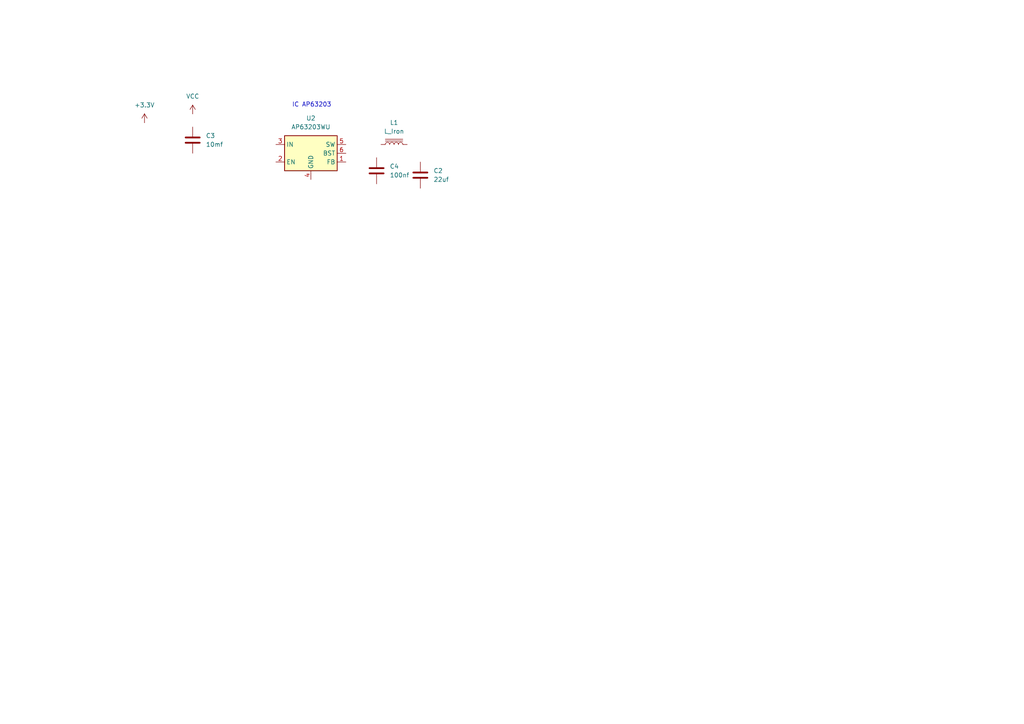
<source format=kicad_sch>
(kicad_sch
	(version 20231120)
	(generator "eeschema")
	(generator_version "8.0")
	(uuid "f319de47-5758-40a6-b80b-836c8115c4c8")
	(paper "A4")
	(lib_symbols
		(symbol "Device:C"
			(pin_numbers hide)
			(pin_names
				(offset 0.254)
			)
			(exclude_from_sim no)
			(in_bom yes)
			(on_board yes)
			(property "Reference" "C"
				(at 0.635 2.54 0)
				(effects
					(font
						(size 1.27 1.27)
					)
					(justify left)
				)
			)
			(property "Value" "C"
				(at 0.635 -2.54 0)
				(effects
					(font
						(size 1.27 1.27)
					)
					(justify left)
				)
			)
			(property "Footprint" ""
				(at 0.9652 -3.81 0)
				(effects
					(font
						(size 1.27 1.27)
					)
					(hide yes)
				)
			)
			(property "Datasheet" "~"
				(at 0 0 0)
				(effects
					(font
						(size 1.27 1.27)
					)
					(hide yes)
				)
			)
			(property "Description" "Unpolarized capacitor"
				(at 0 0 0)
				(effects
					(font
						(size 1.27 1.27)
					)
					(hide yes)
				)
			)
			(property "ki_keywords" "cap capacitor"
				(at 0 0 0)
				(effects
					(font
						(size 1.27 1.27)
					)
					(hide yes)
				)
			)
			(property "ki_fp_filters" "C_*"
				(at 0 0 0)
				(effects
					(font
						(size 1.27 1.27)
					)
					(hide yes)
				)
			)
			(symbol "C_0_1"
				(polyline
					(pts
						(xy -2.032 -0.762) (xy 2.032 -0.762)
					)
					(stroke
						(width 0.508)
						(type default)
					)
					(fill
						(type none)
					)
				)
				(polyline
					(pts
						(xy -2.032 0.762) (xy 2.032 0.762)
					)
					(stroke
						(width 0.508)
						(type default)
					)
					(fill
						(type none)
					)
				)
			)
			(symbol "C_1_1"
				(pin passive line
					(at 0 3.81 270)
					(length 2.794)
					(name "~"
						(effects
							(font
								(size 1.27 1.27)
							)
						)
					)
					(number "1"
						(effects
							(font
								(size 1.27 1.27)
							)
						)
					)
				)
				(pin passive line
					(at 0 -3.81 90)
					(length 2.794)
					(name "~"
						(effects
							(font
								(size 1.27 1.27)
							)
						)
					)
					(number "2"
						(effects
							(font
								(size 1.27 1.27)
							)
						)
					)
				)
			)
		)
		(symbol "Device:L_Iron"
			(pin_numbers hide)
			(pin_names
				(offset 1.016) hide)
			(exclude_from_sim no)
			(in_bom yes)
			(on_board yes)
			(property "Reference" "L"
				(at -1.27 0 90)
				(effects
					(font
						(size 1.27 1.27)
					)
				)
			)
			(property "Value" "L_Iron"
				(at 2.794 0 90)
				(effects
					(font
						(size 1.27 1.27)
					)
				)
			)
			(property "Footprint" ""
				(at 0 0 0)
				(effects
					(font
						(size 1.27 1.27)
					)
					(hide yes)
				)
			)
			(property "Datasheet" "~"
				(at 0 0 0)
				(effects
					(font
						(size 1.27 1.27)
					)
					(hide yes)
				)
			)
			(property "Description" "Inductor with iron core"
				(at 0 0 0)
				(effects
					(font
						(size 1.27 1.27)
					)
					(hide yes)
				)
			)
			(property "ki_keywords" "inductor choke coil reactor magnetic"
				(at 0 0 0)
				(effects
					(font
						(size 1.27 1.27)
					)
					(hide yes)
				)
			)
			(property "ki_fp_filters" "Choke_* *Coil* Inductor_* L_*"
				(at 0 0 0)
				(effects
					(font
						(size 1.27 1.27)
					)
					(hide yes)
				)
			)
			(symbol "L_Iron_0_1"
				(arc
					(start 0 -2.54)
					(mid 0.6323 -1.905)
					(end 0 -1.27)
					(stroke
						(width 0)
						(type default)
					)
					(fill
						(type none)
					)
				)
				(arc
					(start 0 -1.27)
					(mid 0.6323 -0.635)
					(end 0 0)
					(stroke
						(width 0)
						(type default)
					)
					(fill
						(type none)
					)
				)
				(polyline
					(pts
						(xy 1.016 2.54) (xy 1.016 -2.54)
					)
					(stroke
						(width 0)
						(type default)
					)
					(fill
						(type none)
					)
				)
				(polyline
					(pts
						(xy 1.524 -2.54) (xy 1.524 2.54)
					)
					(stroke
						(width 0)
						(type default)
					)
					(fill
						(type none)
					)
				)
				(arc
					(start 0 0)
					(mid 0.6323 0.635)
					(end 0 1.27)
					(stroke
						(width 0)
						(type default)
					)
					(fill
						(type none)
					)
				)
				(arc
					(start 0 1.27)
					(mid 0.6323 1.905)
					(end 0 2.54)
					(stroke
						(width 0)
						(type default)
					)
					(fill
						(type none)
					)
				)
			)
			(symbol "L_Iron_1_1"
				(pin passive line
					(at 0 3.81 270)
					(length 1.27)
					(name "1"
						(effects
							(font
								(size 1.27 1.27)
							)
						)
					)
					(number "1"
						(effects
							(font
								(size 1.27 1.27)
							)
						)
					)
				)
				(pin passive line
					(at 0 -3.81 90)
					(length 1.27)
					(name "2"
						(effects
							(font
								(size 1.27 1.27)
							)
						)
					)
					(number "2"
						(effects
							(font
								(size 1.27 1.27)
							)
						)
					)
				)
			)
		)
		(symbol "Regulator_Switching:AP63203WU"
			(exclude_from_sim no)
			(in_bom yes)
			(on_board yes)
			(property "Reference" "U"
				(at -7.62 6.35 0)
				(effects
					(font
						(size 1.27 1.27)
					)
				)
			)
			(property "Value" "AP63203WU"
				(at 2.54 6.35 0)
				(effects
					(font
						(size 1.27 1.27)
					)
				)
			)
			(property "Footprint" "Package_TO_SOT_SMD:TSOT-23-6"
				(at 0 -22.86 0)
				(effects
					(font
						(size 1.27 1.27)
					)
					(hide yes)
				)
			)
			(property "Datasheet" "https://www.diodes.com/assets/Datasheets/AP63200-AP63201-AP63203-AP63205.pdf"
				(at 0 0 0)
				(effects
					(font
						(size 1.27 1.27)
					)
					(hide yes)
				)
			)
			(property "Description" "2A, 1.1MHz Buck DC/DC Converter, fixed 3.3V output voltage, TSOT-23-6"
				(at 0 0 0)
				(effects
					(font
						(size 1.27 1.27)
					)
					(hide yes)
				)
			)
			(property "ki_keywords" "2A Buck DC/DC"
				(at 0 0 0)
				(effects
					(font
						(size 1.27 1.27)
					)
					(hide yes)
				)
			)
			(property "ki_fp_filters" "TSOT?23*"
				(at 0 0 0)
				(effects
					(font
						(size 1.27 1.27)
					)
					(hide yes)
				)
			)
			(symbol "AP63203WU_0_1"
				(rectangle
					(start -7.62 5.08)
					(end 7.62 -5.08)
					(stroke
						(width 0.254)
						(type default)
					)
					(fill
						(type background)
					)
				)
			)
			(symbol "AP63203WU_1_1"
				(pin input line
					(at 10.16 -2.54 180)
					(length 2.54)
					(name "FB"
						(effects
							(font
								(size 1.27 1.27)
							)
						)
					)
					(number "1"
						(effects
							(font
								(size 1.27 1.27)
							)
						)
					)
				)
				(pin input line
					(at -10.16 -2.54 0)
					(length 2.54)
					(name "EN"
						(effects
							(font
								(size 1.27 1.27)
							)
						)
					)
					(number "2"
						(effects
							(font
								(size 1.27 1.27)
							)
						)
					)
				)
				(pin power_in line
					(at -10.16 2.54 0)
					(length 2.54)
					(name "IN"
						(effects
							(font
								(size 1.27 1.27)
							)
						)
					)
					(number "3"
						(effects
							(font
								(size 1.27 1.27)
							)
						)
					)
				)
				(pin power_in line
					(at 0 -7.62 90)
					(length 2.54)
					(name "GND"
						(effects
							(font
								(size 1.27 1.27)
							)
						)
					)
					(number "4"
						(effects
							(font
								(size 1.27 1.27)
							)
						)
					)
				)
				(pin output line
					(at 10.16 2.54 180)
					(length 2.54)
					(name "SW"
						(effects
							(font
								(size 1.27 1.27)
							)
						)
					)
					(number "5"
						(effects
							(font
								(size 1.27 1.27)
							)
						)
					)
				)
				(pin passive line
					(at 10.16 0 180)
					(length 2.54)
					(name "BST"
						(effects
							(font
								(size 1.27 1.27)
							)
						)
					)
					(number "6"
						(effects
							(font
								(size 1.27 1.27)
							)
						)
					)
				)
			)
		)
		(symbol "power:+3.3V"
			(power)
			(pin_numbers hide)
			(pin_names
				(offset 0) hide)
			(exclude_from_sim no)
			(in_bom yes)
			(on_board yes)
			(property "Reference" "#PWR"
				(at 0 -3.81 0)
				(effects
					(font
						(size 1.27 1.27)
					)
					(hide yes)
				)
			)
			(property "Value" "+3.3V"
				(at 0 3.556 0)
				(effects
					(font
						(size 1.27 1.27)
					)
				)
			)
			(property "Footprint" ""
				(at 0 0 0)
				(effects
					(font
						(size 1.27 1.27)
					)
					(hide yes)
				)
			)
			(property "Datasheet" ""
				(at 0 0 0)
				(effects
					(font
						(size 1.27 1.27)
					)
					(hide yes)
				)
			)
			(property "Description" "Power symbol creates a global label with name \"+3.3V\""
				(at 0 0 0)
				(effects
					(font
						(size 1.27 1.27)
					)
					(hide yes)
				)
			)
			(property "ki_keywords" "global power"
				(at 0 0 0)
				(effects
					(font
						(size 1.27 1.27)
					)
					(hide yes)
				)
			)
			(symbol "+3.3V_0_1"
				(polyline
					(pts
						(xy -0.762 1.27) (xy 0 2.54)
					)
					(stroke
						(width 0)
						(type default)
					)
					(fill
						(type none)
					)
				)
				(polyline
					(pts
						(xy 0 0) (xy 0 2.54)
					)
					(stroke
						(width 0)
						(type default)
					)
					(fill
						(type none)
					)
				)
				(polyline
					(pts
						(xy 0 2.54) (xy 0.762 1.27)
					)
					(stroke
						(width 0)
						(type default)
					)
					(fill
						(type none)
					)
				)
			)
			(symbol "+3.3V_1_1"
				(pin power_in line
					(at 0 0 90)
					(length 0)
					(name "~"
						(effects
							(font
								(size 1.27 1.27)
							)
						)
					)
					(number "1"
						(effects
							(font
								(size 1.27 1.27)
							)
						)
					)
				)
			)
		)
		(symbol "power:VCC"
			(power)
			(pin_numbers hide)
			(pin_names
				(offset 0) hide)
			(exclude_from_sim no)
			(in_bom yes)
			(on_board yes)
			(property "Reference" "#PWR"
				(at 0 -3.81 0)
				(effects
					(font
						(size 1.27 1.27)
					)
					(hide yes)
				)
			)
			(property "Value" "VCC"
				(at 0 3.556 0)
				(effects
					(font
						(size 1.27 1.27)
					)
				)
			)
			(property "Footprint" ""
				(at 0 0 0)
				(effects
					(font
						(size 1.27 1.27)
					)
					(hide yes)
				)
			)
			(property "Datasheet" ""
				(at 0 0 0)
				(effects
					(font
						(size 1.27 1.27)
					)
					(hide yes)
				)
			)
			(property "Description" "Power symbol creates a global label with name \"VCC\""
				(at 0 0 0)
				(effects
					(font
						(size 1.27 1.27)
					)
					(hide yes)
				)
			)
			(property "ki_keywords" "global power"
				(at 0 0 0)
				(effects
					(font
						(size 1.27 1.27)
					)
					(hide yes)
				)
			)
			(symbol "VCC_0_1"
				(polyline
					(pts
						(xy -0.762 1.27) (xy 0 2.54)
					)
					(stroke
						(width 0)
						(type default)
					)
					(fill
						(type none)
					)
				)
				(polyline
					(pts
						(xy 0 0) (xy 0 2.54)
					)
					(stroke
						(width 0)
						(type default)
					)
					(fill
						(type none)
					)
				)
				(polyline
					(pts
						(xy 0 2.54) (xy 0.762 1.27)
					)
					(stroke
						(width 0)
						(type default)
					)
					(fill
						(type none)
					)
				)
			)
			(symbol "VCC_1_1"
				(pin power_in line
					(at 0 0 90)
					(length 0)
					(name "~"
						(effects
							(font
								(size 1.27 1.27)
							)
						)
					)
					(number "1"
						(effects
							(font
								(size 1.27 1.27)
							)
						)
					)
				)
			)
		)
	)
	(text "IC AP63203\n"
		(exclude_from_sim no)
		(at 90.424 30.48 0)
		(effects
			(font
				(size 1.27 1.27)
			)
		)
		(uuid "82846acd-da59-4a07-840b-743d3ec581a9")
	)
	(symbol
		(lib_id "Device:C")
		(at 55.88 40.64 0)
		(unit 1)
		(exclude_from_sim no)
		(in_bom yes)
		(on_board yes)
		(dnp no)
		(fields_autoplaced yes)
		(uuid "29ae29e1-fee5-4102-9de1-13ba5b0bf4a5")
		(property "Reference" "C3"
			(at 59.69 39.3699 0)
			(effects
				(font
					(size 1.27 1.27)
				)
				(justify left)
			)
		)
		(property "Value" "10mf"
			(at 59.69 41.9099 0)
			(effects
				(font
					(size 1.27 1.27)
				)
				(justify left)
			)
		)
		(property "Footprint" "Capacitor_SMD:C_1206_3216Metric"
			(at 56.8452 44.45 0)
			(effects
				(font
					(size 1.27 1.27)
				)
				(hide yes)
			)
		)
		(property "Datasheet" "~"
			(at 55.88 40.64 0)
			(effects
				(font
					(size 1.27 1.27)
				)
				(hide yes)
			)
		)
		(property "Description" "Unpolarized capacitor"
			(at 55.88 40.64 0)
			(effects
				(font
					(size 1.27 1.27)
				)
				(hide yes)
			)
		)
		(pin "1"
			(uuid "a0caee0f-250b-4e2f-a08b-4b82d56b7c0f")
		)
		(pin "2"
			(uuid "0fa0064f-6001-4184-a33d-b36cb287a295")
		)
		(instances
			(project "ZorionX-Nivara"
				(path "/ae5c9891-8291-492e-8a61-8ac340267b67/d47eca49-96e4-4138-8979-47bb60019f67/67b154d6-e51e-4b3c-869c-5576b054501d"
					(reference "C3")
					(unit 1)
				)
			)
		)
	)
	(symbol
		(lib_id "power:+3.3V")
		(at 41.91 35.56 0)
		(unit 1)
		(exclude_from_sim no)
		(in_bom yes)
		(on_board yes)
		(dnp no)
		(fields_autoplaced yes)
		(uuid "2a3e9313-dbfd-4db8-bddd-649e0195529d")
		(property "Reference" "#PWR03"
			(at 41.91 39.37 0)
			(effects
				(font
					(size 1.27 1.27)
				)
				(hide yes)
			)
		)
		(property "Value" "+3.3V"
			(at 41.91 30.48 0)
			(effects
				(font
					(size 1.27 1.27)
				)
			)
		)
		(property "Footprint" ""
			(at 41.91 35.56 0)
			(effects
				(font
					(size 1.27 1.27)
				)
				(hide yes)
			)
		)
		(property "Datasheet" ""
			(at 41.91 35.56 0)
			(effects
				(font
					(size 1.27 1.27)
				)
				(hide yes)
			)
		)
		(property "Description" "Power symbol creates a global label with name \"+3.3V\""
			(at 41.91 35.56 0)
			(effects
				(font
					(size 1.27 1.27)
				)
				(hide yes)
			)
		)
		(pin "1"
			(uuid "5931689b-f8ea-45e4-90c3-87e774d9c7cf")
		)
		(instances
			(project "ZorionX-Nivara"
				(path "/ae5c9891-8291-492e-8a61-8ac340267b67/d47eca49-96e4-4138-8979-47bb60019f67/67b154d6-e51e-4b3c-869c-5576b054501d"
					(reference "#PWR03")
					(unit 1)
				)
			)
		)
	)
	(symbol
		(lib_id "Device:C")
		(at 121.92 50.8 0)
		(unit 1)
		(exclude_from_sim no)
		(in_bom yes)
		(on_board yes)
		(dnp no)
		(fields_autoplaced yes)
		(uuid "5d3d4d4b-2735-40a4-b27c-d82b631448f6")
		(property "Reference" "C2"
			(at 125.73 49.5299 0)
			(effects
				(font
					(size 1.27 1.27)
				)
				(justify left)
			)
		)
		(property "Value" "22uf"
			(at 125.73 52.0699 0)
			(effects
				(font
					(size 1.27 1.27)
				)
				(justify left)
			)
		)
		(property "Footprint" "Capacitor_SMD:C_0805_2012Metric"
			(at 122.8852 54.61 0)
			(effects
				(font
					(size 1.27 1.27)
				)
				(hide yes)
			)
		)
		(property "Datasheet" "~"
			(at 121.92 50.8 0)
			(effects
				(font
					(size 1.27 1.27)
				)
				(hide yes)
			)
		)
		(property "Description" "Unpolarized capacitor"
			(at 121.92 50.8 0)
			(effects
				(font
					(size 1.27 1.27)
				)
				(hide yes)
			)
		)
		(pin "1"
			(uuid "137ce01d-e0b1-40b1-a2af-be5f024877fe")
		)
		(pin "2"
			(uuid "e9b64847-d4db-43c1-8f27-a35b8bdda5b9")
		)
		(instances
			(project "ZorionX-Nivara"
				(path "/ae5c9891-8291-492e-8a61-8ac340267b67/d47eca49-96e4-4138-8979-47bb60019f67/67b154d6-e51e-4b3c-869c-5576b054501d"
					(reference "C2")
					(unit 1)
				)
			)
		)
	)
	(symbol
		(lib_id "Device:L_Iron")
		(at 114.3 41.91 90)
		(unit 1)
		(exclude_from_sim no)
		(in_bom yes)
		(on_board yes)
		(dnp no)
		(fields_autoplaced yes)
		(uuid "8cced312-ceae-4017-8c24-86b29cdfba09")
		(property "Reference" "L1"
			(at 114.3 35.56 90)
			(effects
				(font
					(size 1.27 1.27)
				)
			)
		)
		(property "Value" "L_Iron"
			(at 114.3 38.1 90)
			(effects
				(font
					(size 1.27 1.27)
				)
			)
		)
		(property "Footprint" "Inductor_SMD:L_Bourns-SRN6028"
			(at 114.3 41.91 0)
			(effects
				(font
					(size 1.27 1.27)
				)
				(hide yes)
			)
		)
		(property "Datasheet" "~"
			(at 114.3 41.91 0)
			(effects
				(font
					(size 1.27 1.27)
				)
				(hide yes)
			)
		)
		(property "Description" "Inductor with iron core"
			(at 114.3 41.91 0)
			(effects
				(font
					(size 1.27 1.27)
				)
				(hide yes)
			)
		)
		(pin "1"
			(uuid "15bc9418-328d-43c5-b020-1fc112314ef3")
		)
		(pin "2"
			(uuid "5d6aff53-e87d-4225-916c-31837a1600b3")
		)
		(instances
			(project "ZorionX-Nivara"
				(path "/ae5c9891-8291-492e-8a61-8ac340267b67/d47eca49-96e4-4138-8979-47bb60019f67/67b154d6-e51e-4b3c-869c-5576b054501d"
					(reference "L1")
					(unit 1)
				)
			)
		)
	)
	(symbol
		(lib_id "Device:C")
		(at 109.22 49.53 0)
		(unit 1)
		(exclude_from_sim no)
		(in_bom yes)
		(on_board yes)
		(dnp no)
		(fields_autoplaced yes)
		(uuid "a5985ddd-dda0-4ecb-97d1-4b71af0123b8")
		(property "Reference" "C4"
			(at 113.03 48.2599 0)
			(effects
				(font
					(size 1.27 1.27)
				)
				(justify left)
			)
		)
		(property "Value" "100nf"
			(at 113.03 50.7999 0)
			(effects
				(font
					(size 1.27 1.27)
				)
				(justify left)
			)
		)
		(property "Footprint" "Capacitor_SMD:C_0603_1608Metric"
			(at 110.1852 53.34 0)
			(effects
				(font
					(size 1.27 1.27)
				)
				(hide yes)
			)
		)
		(property "Datasheet" "~"
			(at 109.22 49.53 0)
			(effects
				(font
					(size 1.27 1.27)
				)
				(hide yes)
			)
		)
		(property "Description" "Unpolarized capacitor"
			(at 109.22 49.53 0)
			(effects
				(font
					(size 1.27 1.27)
				)
				(hide yes)
			)
		)
		(pin "1"
			(uuid "2844dc33-fa94-4687-b0f5-842ef05dccf1")
		)
		(pin "2"
			(uuid "5398cf1a-f5ce-469e-aa81-7e9dd8a610d8")
		)
		(instances
			(project "ZorionX-Nivara"
				(path "/ae5c9891-8291-492e-8a61-8ac340267b67/d47eca49-96e4-4138-8979-47bb60019f67/67b154d6-e51e-4b3c-869c-5576b054501d"
					(reference "C4")
					(unit 1)
				)
			)
		)
	)
	(symbol
		(lib_id "power:VCC")
		(at 55.88 33.02 0)
		(unit 1)
		(exclude_from_sim no)
		(in_bom yes)
		(on_board yes)
		(dnp no)
		(fields_autoplaced yes)
		(uuid "c9b16a48-1846-432b-99f6-1cde454caac5")
		(property "Reference" "#PWR012"
			(at 55.88 36.83 0)
			(effects
				(font
					(size 1.27 1.27)
				)
				(hide yes)
			)
		)
		(property "Value" "VCC"
			(at 55.88 27.94 0)
			(effects
				(font
					(size 1.27 1.27)
				)
			)
		)
		(property "Footprint" ""
			(at 55.88 33.02 0)
			(effects
				(font
					(size 1.27 1.27)
				)
				(hide yes)
			)
		)
		(property "Datasheet" ""
			(at 55.88 33.02 0)
			(effects
				(font
					(size 1.27 1.27)
				)
				(hide yes)
			)
		)
		(property "Description" "Power symbol creates a global label with name \"VCC\""
			(at 55.88 33.02 0)
			(effects
				(font
					(size 1.27 1.27)
				)
				(hide yes)
			)
		)
		(pin "1"
			(uuid "bac99cb9-d807-4b28-a355-3d29608acbba")
		)
		(instances
			(project "ZorionX-Nivara"
				(path "/ae5c9891-8291-492e-8a61-8ac340267b67/d47eca49-96e4-4138-8979-47bb60019f67/67b154d6-e51e-4b3c-869c-5576b054501d"
					(reference "#PWR012")
					(unit 1)
				)
			)
		)
	)
	(symbol
		(lib_id "Regulator_Switching:AP63203WU")
		(at 90.17 44.45 0)
		(unit 1)
		(exclude_from_sim no)
		(in_bom yes)
		(on_board yes)
		(dnp no)
		(fields_autoplaced yes)
		(uuid "f87bfa4e-edab-4eea-8bfb-7d727b2d9aa6")
		(property "Reference" "U2"
			(at 90.17 34.29 0)
			(effects
				(font
					(size 1.27 1.27)
				)
			)
		)
		(property "Value" "AP63203WU"
			(at 90.17 36.83 0)
			(effects
				(font
					(size 1.27 1.27)
				)
			)
		)
		(property "Footprint" "Package_TO_SOT_SMD:TSOT-23-6"
			(at 90.17 67.31 0)
			(effects
				(font
					(size 1.27 1.27)
				)
				(hide yes)
			)
		)
		(property "Datasheet" "https://www.diodes.com/assets/Datasheets/AP63200-AP63201-AP63203-AP63205.pdf"
			(at 90.17 44.45 0)
			(effects
				(font
					(size 1.27 1.27)
				)
				(hide yes)
			)
		)
		(property "Description" "2A, 1.1MHz Buck DC/DC Converter, fixed 3.3V output voltage, TSOT-23-6"
			(at 90.17 44.45 0)
			(effects
				(font
					(size 1.27 1.27)
				)
				(hide yes)
			)
		)
		(pin "1"
			(uuid "5e06ee8b-6e72-47ce-87ef-ba8ddb0380f7")
		)
		(pin "3"
			(uuid "d0deb854-f049-48dc-82d1-ef1df496fde9")
		)
		(pin "2"
			(uuid "71b30ab0-8087-47ac-9668-03032faf141a")
		)
		(pin "5"
			(uuid "06bebf3a-3577-47fa-8651-afb2778352ee")
		)
		(pin "4"
			(uuid "14ed05d4-7ef0-4747-9ed0-1c8879a8bcf8")
		)
		(pin "6"
			(uuid "e679bddf-dc5f-418a-ad12-a9c71c773ee0")
		)
		(instances
			(project "ZorionX-Nivara"
				(path "/ae5c9891-8291-492e-8a61-8ac340267b67/d47eca49-96e4-4138-8979-47bb60019f67/67b154d6-e51e-4b3c-869c-5576b054501d"
					(reference "U2")
					(unit 1)
				)
			)
		)
	)
)
</source>
